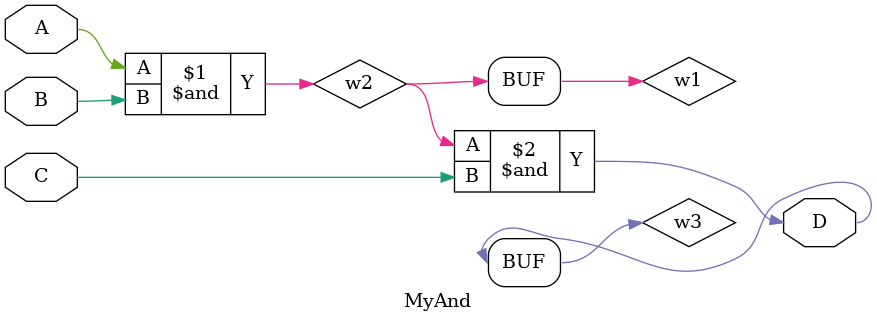
<source format=v>
module MyAnd(A, B, C, D);

input A, B, C;
output D;
wire w1, w2, w3;

and AND1(w1, A, B);
and AND1(w3, w2, C);

assign w2 = w1;
assign D = w3;

endmodule


</source>
